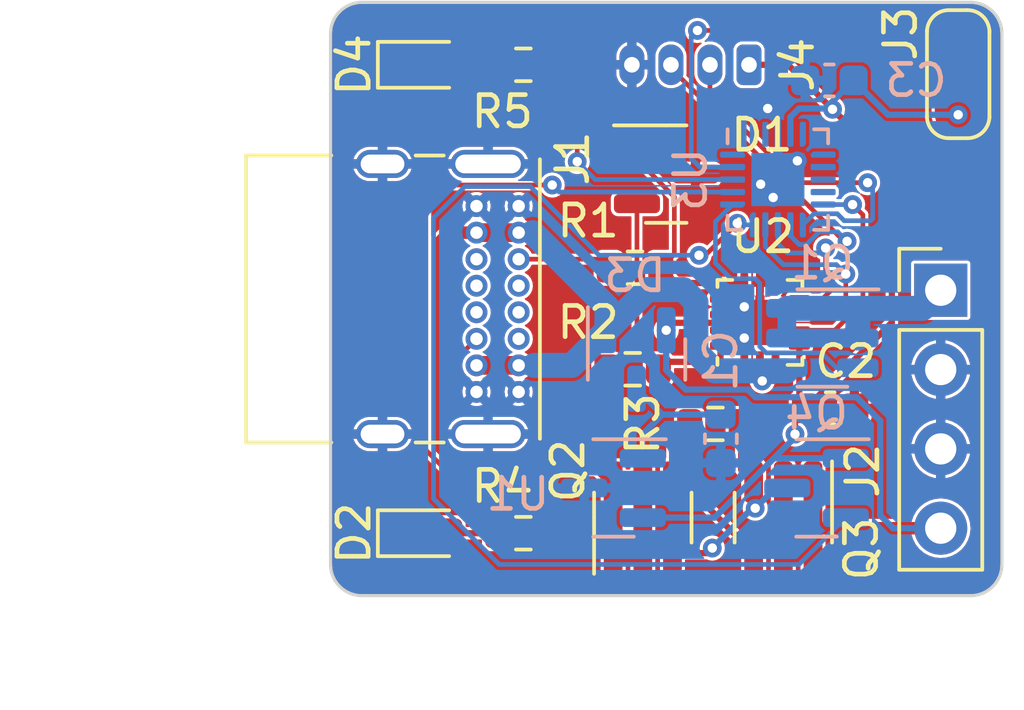
<source format=kicad_pcb>
(kicad_pcb (version 20211014) (generator pcbnew)
  (layers (0 "F.Cu" signal) (31 "B.Cu" signal) (34 "B.Paste" user) (35 "F.Paste" user) (36 "B.SilkS" user "B.Silkscreen") (37 "F.SilkS" user "F.Silkscreen") (38 "B.Mask" user) (39 "F.Mask" user) (44 "Edge.Cuts" user))
  (net 0 "")
  (net 1 "VPP")
  (net 2 "GND")
  (net 3 "+3.3V")
  (net 4 "Net-(D2-Pad2)")
  (net 5 "VCC")
  (net 6 "+5V")
  (net 7 "Net-(D4-Pad2)")
  (net 8 "Net-(J1-PadA5)")
  (net 12 "Net-(J1-PadB5)")
  (net 16 "Net-(J2-Pad1)")
  (net 17 "/RTS")
  (net 18 "/TX")
  (net 19 "/RX")
  (net 20 "/SNK")
  (net 21 "Net-(U2-Pad5)")
  (net 22 "Net-(U2-Pad6)")
  (net 23 "Net-(U2-Pad7)")
  (net 27 "/SRC")
  (net 33 "Net-(D1-Pad1)")
  (net 34 "Net-(D1-Pad2)")
  (net 35 "Net-(Q2-Pad4)")
  (net 36 "Net-(R4-Pad2)")
  (net 37 "Net-(R5-Pad2)")
  (net 38 "Net-(Q2-Pad3)")
  (footprint "Resistor_SMD:R_0603_1608Metric" (layer "F.Cu") (at 64.175 121)
    (fp_text reference "R4" (at -0.675 -1.5) (layer "F.SilkS"))
    (fp_text value "2.2k")
    (fp_line (start -0.237258 0.5225) (end 0.237258 0.5225) (layer "F.SilkS") (width 0.12))
    (fp_line (start -0.237258 -0.5225) (end 0.237258 -0.5225) (layer "F.SilkS") (width 0.12))
    (pad "1" smd roundrect (at -0.825 0) (size 0.8 0.95) (layers "F.Cu" "F.Paste" "F.Mask") (net 4 "Net-(D2-Pad2)"))
    (pad "2" smd roundrect (at 0.825 0) (size 0.8 0.95) (layers "F.Cu" "F.Paste" "F.Mask") (net 36 "Net-(R4-Pad2)"))
  )
  (footprint "Resistor_SMD:R_0603_1608Metric" (layer "F.Cu") (at 64.175 106)
    (fp_text reference "R5" (at -0.675 1.5) (layer "F.SilkS"))
    (fp_text value "2.2k")
    (fp_line (start -0.237258 0.5225) (end 0.237258 0.5225) (layer "F.SilkS") (width 0.12))
    (fp_line (start -0.237258 -0.5225) (end 0.237258 -0.5225) (layer "F.SilkS") (width 0.12))
    (pad "1" smd roundrect (at -0.825 0) (size 0.8 0.95) (layers "F.Cu" "F.Paste" "F.Mask") (net 7 "Net-(D4-Pad2)"))
    (pad "2" smd roundrect (at 0.825 0) (size 0.8 0.95) (layers "F.Cu" "F.Paste" "F.Mask") (net 37 "Net-(R5-Pad2)"))
  )
  (footprint "Capacitor_SMD:C_0603_1608Metric" (layer "F.Cu") (at 74 117)
    (fp_text reference "C2" (at 0.5 -1.5) (layer "F.SilkS"))
    (fp_text value "10u")
    (fp_line (start -0.14058 -0.51) (end 0.14058 -0.51) (layer "F.SilkS") (width 0.12))
    (fp_line (start -0.14058 0.51) (end 0.14058 0.51) (layer "F.SilkS") (width 0.12))
    (pad "1" smd roundrect (at -0.775 0) (size 0.9 0.95) (layers "F.Cu" "F.Paste" "F.Mask") (net 3 "+3.3V"))
    (pad "2" smd roundrect (at 0.775 0) (size 0.9 0.95) (layers "F.Cu" "F.Paste" "F.Mask") (net 2 "GND"))
  )
  (footprint "Resistor_SMD:R_0603_1608Metric" (layer "F.Cu") (at 67.75 112.5)
    (fp_text reference "R1" (at -1.5 -1.5) (layer "F.SilkS"))
    (fp_text value "100")
    (fp_line (start -0.237258 -0.5225) (end 0.237258 -0.5225) (layer "F.SilkS") (width 0.12))
    (fp_line (start -0.237258 0.5225) (end 0.237258 0.5225) (layer "F.SilkS") (width 0.12))
    (pad "1" smd roundrect (at -0.825 0) (size 0.8 0.95) (layers "F.Cu" "F.Paste" "F.Mask") (net 8 "Net-(J1-PadA5)"))
    (pad "2" smd roundrect (at 0.825 0) (size 0.8 0.95) (layers "F.Cu" "F.Paste" "F.Mask") (net 33 "Net-(D1-Pad1)"))
  )
  (footprint "Package_TO_SOT_SMD:SOT-23" (layer "F.Cu") (at 68.75 109.5)
    (fp_text reference "D1" (at 3.0625 -1.25) (layer "F.SilkS"))
    (fp_text value "DUAL_SCH")
    (fp_line (start 0 1.56) (end 0.65 1.56) (layer "F.SilkS") (width 0.12))
    (fp_line (start 0 -1.56) (end 0.65 -1.56) (layer "F.SilkS") (width 0.12))
    (fp_line (start 0 -1.56) (end -1.675 -1.56) (layer "F.SilkS") (width 0.12))
    (fp_line (start 0 1.56) (end -0.65 1.56) (layer "F.SilkS") (width 0.12))
    (pad "1" smd roundrect (at -0.9375 -0.95) (size 1.475 0.6) (layers "F.Cu" "F.Paste" "F.Mask") (net 33 "Net-(D1-Pad1)"))
    (pad "2" smd roundrect (at -0.9375 0.95) (size 1.475 0.6) (layers "F.Cu" "F.Paste" "F.Mask") (net 34 "Net-(D1-Pad2)"))
    (pad "3" smd roundrect (at 0.9375 0) (size 1.475 0.6) (layers "F.Cu" "F.Paste" "F.Mask") (net 2 "GND"))
  )
  (footprint "Resistor_SMD:R_0603_1608Metric" (layer "F.Cu") (at 70.325 117.5)
    (fp_text reference "R3" (at -2.325 0 90) (layer "F.SilkS"))
    (fp_text value "10k")
    (fp_line (start -0.237258 0.5225) (end 0.237258 0.5225) (layer "F.SilkS") (width 0.12))
    (fp_line (start -0.237258 -0.5225) (end 0.237258 -0.5225) (layer "F.SilkS") (width 0.12))
    (pad "1" smd roundrect (at -0.825 0) (size 0.8 0.95) (layers "F.Cu" "F.Paste" "F.Mask") (net 35 "Net-(Q2-Pad4)"))
    (pad "2" smd roundrect (at 0.825 0) (size 0.8 0.95) (layers "F.Cu" "F.Paste" "F.Mask") (net 38 "Net-(Q2-Pad3)"))
  )
  (footprint "Package_DFN_QFN:WQFN-14-1EP_2.5x2.5mm_P0.5mm_EP1.45x1.45mm" (layer "F.Cu") (at 71.75 114.25 90)
    (fp_text reference "U2" (at 2.75 0.09 180) (layer "F.SilkS"))
    (fp_text value "FUSB302")
    (fp_line (start -1.36 1.36) (end -1.36 0.885) (layer "F.SilkS") (width 0.12))
    (fp_line (start 1.36 -1.36) (end 1.36 -0.885) (layer "F.SilkS") (width 0.12))
    (fp_line (start 1.135 -1.36) (end 1.36 -1.36) (layer "F.SilkS") (width 0.12))
    (fp_line (start 1.135 1.36) (end 1.36 1.36) (layer "F.SilkS") (width 0.12))
    (fp_line (start -1.135 1.36) (end -1.36 1.36) (layer "F.SilkS") (width 0.12))
    (fp_line (start 1.36 1.36) (end 1.36 0.885) (layer "F.SilkS") (width 0.12))
    (fp_line (start -1.135 -1.36) (end -1.36 -1.36) (layer "F.SilkS") (width 0.12))
    (pad "1" smd roundrect (at -1.2625 -0.5 90) (size 0.675 0.25) (layers "F.Cu" "F.Paste" "F.Mask") (net 34 "Net-(D1-Pad2)"))
    (pad "2" smd roundrect (at -1.2625 0 90) (size 0.675 0.25) (layers "F.Cu" "F.Paste" "F.Mask") (net 5 "VCC"))
    (pad "3" smd roundrect (at -1.2625 0.5 90) (size 0.675 0.25) (layers "F.Cu" "F.Paste" "F.Mask") (net 3 "+3.3V"))
    (pad "4" smd roundrect (at -0.75 1.2625 90) (size 0.25 0.675) (layers "F.Cu" "F.Paste" "F.Mask") (net 3 "+3.3V"))
    (pad "5" smd roundrect (at -0.25 1.2625 90) (size 0.25 0.675) (layers "F.Cu" "F.Paste" "F.Mask") (net 21 "Net-(U2-Pad5)"))
    (pad "6" smd roundrect (at 0.25 1.2625 90) (size 0.25 0.675) (layers "F.Cu" "F.Paste" "F.Mask") (net 22 "Net-(U2-Pad6)"))
    (pad "7" smd roundrect (at 0.75 1.2625 90) (size 0.25 0.675) (layers "F.Cu" "F.Paste" "F.Mask") (net 23 "Net-(U2-Pad7)"))
    (pad "8" smd roundrect (at 1.2625 0.5 90) (size 0.675 0.25) (layers "F.Cu" "F.Paste" "F.Mask") (net 2 "GND"))
    (pad "9" smd roundrect (at 1.2625 0 90) (size 0.675 0.25) (layers "F.Cu" "F.Paste" "F.Mask") (net 2 "GND"))
    (pad "10" smd roundrect (at 1.2625 -0.5 90) (size 0.675 0.25) (layers "F.Cu" "F.Paste" "F.Mask") (net 33 "Net-(D1-Pad1)"))
    (pad "11" smd roundrect (at 0.75 -1.2625 90) (size 0.25 0.675) (layers "F.Cu" "F.Paste" "F.Mask") (net 33 "Net-(D1-Pad1)"))
    (pad "12" smd roundrect (at 0.25 -1.2625 90) (size 0.25 0.675) (layers "F.Cu" "F.Paste" "F.Mask") (net 6 "+5V"))
    (pad "13" smd roundrect (at -0.25 -1.2625 90) (size 0.25 0.675) (layers "F.Cu" "F.Paste" "F.Mask") (net 6 "+5V"))
    (pad "14" smd roundrect (at -0.75 -1.2625 90) (size 0.25 0.675) (layers "F.Cu" "F.Paste" "F.Mask") (net 34 "Net-(D1-Pad2)"))
    (pad "15" smd rect (at 0 0 90) (size 1.45 1.45) (layers "F.Cu" "F.Mask") (net 2 "GND"))
  )
  (footprint "Package_TO_SOT_SMD:SOT-23-6" (layer "F.Cu") (at 72.5 120.5 -90)
    (fp_text reference "Q3" (at 1 -2.5 90) (layer "F.SilkS"))
    (fp_text value "PMOS")
    (fp_line (start 0 1.56) (end 0.8 1.56) (layer "F.SilkS") (width 0.12))
    (fp_line (start 0 -1.56) (end -1.8 -1.56) (layer "F.SilkS") (width 0.12))
    (fp_line (start 0 1.56) (end -0.8 1.56) (layer "F.SilkS") (width 0.12))
    (fp_line (start 0 -1.56) (end 0.8 -1.56) (layer "F.SilkS") (width 0.12))
    (pad "1" smd roundrect (at -1.1375 -0.95 270) (size 1.325 0.6) (layers "F.Cu" "F.Paste" "F.Mask") (net 6 "+5V"))
    (pad "2" smd roundrect (at -1.1375 0 270) (size 1.325 0.6) (layers "F.Cu" "F.Paste" "F.Mask") (net 6 "+5V"))
    (pad "3" smd roundrect (at -1.1375 0.95 270) (size 1.325 0.6) (layers "F.Cu" "F.Paste" "F.Mask") (net 38 "Net-(Q2-Pad3)"))
    (pad "4" smd roundrect (at 1.1375 0.95 270) (size 1.325 0.6) (layers "F.Cu" "F.Paste" "F.Mask") (net 35 "Net-(Q2-Pad4)"))
    (pad "5" smd roundrect (at 1.1375 0 270) (size 1.325 0.6) (layers "F.Cu" "F.Paste" "F.Mask") (net 6 "+5V"))
    (pad "6" smd roundrect (at 1.1375 -0.95 270) (size 1.325 0.6) (layers "F.Cu" "F.Paste" "F.Mask") (net 6 "+5V"))
  )
  (footprint "Connector_USB:USB_C_Receptacle_GCT_USB4085" (layer "F.Cu") (at 64.025 110.525 -90)
    (fp_text reference "J1" (at -1.525 -1.725 -90) (layer "F.SilkS"))
    (fp_text value "USB_C_Receptacle")
    (fp_line (start 7.57 2.4) (end 7.57 3.3) (layer "F.SilkS") (width 0.12))
    (fp_line (start -1.62 6) (end -1.62 8.73) (layer "F.SilkS") (width 0.12))
    (fp_line (start 7.57 6) (end 7.57 8.73) (layer "F.SilkS") (width 0.12))
    (fp_line (start -1.5 -0.68) (end 7.45 -0.68) (layer "F.SilkS") (width 0.12))
    (fp_line (start -1.62 2.4) (end -1.62 3.3) (layer "F.SilkS") (width 0.12))
    (fp_line (start -1.62 8.73) (end 7.57 8.73) (layer "F.SilkS") (width 0.12))
    (pad "A1" thru_hole circle (at 0 0 270) (size 0.7 0.7) (drill 0.4) (layers *.Cu *.Mask) (net 2 "GND"))
    (pad "A4" thru_hole circle (at 0.85 0 270) (size 0.7 0.7) (drill 0.4) (layers *.Cu *.Mask) (net 5 "VCC"))
    (pad "A5" thru_hole circle (at 1.7 0 270) (size 0.7 0.7) (drill 0.4) (layers *.Cu *.Mask) (net 8 "Net-(J1-PadA5)"))
    (pad "A6" thru_hole circle (at 2.55 0 270) (size 0.7 0.7) (drill 0.4) (layers *.Cu *.Mask))
    (pad "A7" thru_hole circle (at 3.4 0 270) (size 0.7 0.7) (drill 0.4) (layers *.Cu *.Mask))
    (pad "A8" thru_hole circle (at 4.25 0 270) (size 0.7 0.7) (drill 0.4) (layers *.Cu *.Mask))
    (pad "A9" thru_hole circle (at 5.1 0 270) (size 0.7 0.7) (drill 0.4) (layers *.Cu *.Mask) (net 5 "VCC"))
    (pad "A12" thru_hole circle (at 5.95 0 270) (size 0.7 0.7) (drill 0.4) (layers *.Cu *.Mask) (net 2 "GND"))
    (pad "B1" thru_hole circle (at 5.95 1.35 270) (size 0.7 0.7) (drill 0.4) (layers *.Cu *.Mask) (net 2 "GND"))
    (pad "B4" thru_hole circle (at 5.1 1.35 270) (size 0.7 0.7) (drill 0.4) (layers *.Cu *.Mask) (net 5 "VCC"))
    (pad "B5" thru_hole circle (at 4.25 1.35 270) (size 0.7 0.7) (drill 0.4) (layers *.Cu *.Mask) (net 12 "Net-(J1-PadB5)"))
    (pad "B6" thru_hole circle (at 3.4 1.35 270) (size 0.7 0.7) (drill 0.4) (layers *.Cu *.Mask))
    (pad "B7" thru_hole circle (at 2.55 1.35 270) (size 0.7 0.7) (drill 0.4) (layers *.Cu *.Mask))
    (pad "B8" thru_hole circle (at 1.7 1.35 270) (size 0.7 0.7) (drill 0.4) (layers *.Cu *.Mask))
    (pad "B9" thru_hole circle (at 0.85 1.35 270) (size 0.7 0.7) (drill 0.4) (layers *.Cu *.Mask) (net 5 "VCC"))
    (pad "B12" thru_hole circle (at 0 1.35 270) (size 0.7 0.7) (drill 0.4) (layers *.Cu *.Mask) (net 2 "GND"))
    (pad "S1" thru_hole oval (at -1.35 4.36 270) (size 0.9 1.7) (drill oval 0.6 1.4) (layers *.Cu *.Mask) (net 2 "GND"))
    (pad "S1" thru_hole oval (at -1.35 0.98 270) (size 0.9 2.4) (drill oval 0.6 2.1) (layers *.Cu *.Mask) (net 2 "GND"))
    (pad "S1" thru_hole oval (at 7.3 4.36 270) (size 0.9 1.7) (drill oval 0.6 1.4) (layers *.Cu *.Mask) (net 2 "GND"))
    (pad "S1" thru_hole oval (at 7.3 0.98 270) (size 0.9 2.4) (drill oval 0.6 2.1) (layers *.Cu *.Mask) (net 2 "GND"))
  )
  (footprint "Connector_Molex:Molex_PicoBlade_53047-0410_1x04_P1.25mm_Vertical" (layer "F.Cu") (at 71.4 106 180)
    (fp_text reference "J4" (at -1.55 0 270) (layer "F.SilkS"))
    (fp_text value "UART" hide)
    (pad "1" thru_hole roundrect (at 0 0 180) (size 0.8 1.3) (drill 0.5) (layers *.Cu *.Mask) (net 3 "+3.3V"))
    (pad "2" thru_hole oval (at 1.25 0 180) (size 0.8 1.3) (drill 0.5) (layers *.Cu *.Mask) (net 18 "/TX"))
    (pad "3" thru_hole oval (at 2.5 0 180) (size 0.8 1.3) (drill 0.5) (layers *.Cu *.Mask) (net 19 "/RX"))
    (pad "4" thru_hole oval (at 3.75 0 180) (size 0.8 1.3) (drill 0.5) (layers *.Cu *.Mask) (net 2 "GND"))
  )
  (footprint "LED_SMD:LED_0603_1608Metric" (layer "F.Cu") (at 61 106)
    (fp_text reference "D4" (at -2.25 0 90) (layer "F.SilkS"))
    (fp_text value "LED")
    (fp_line (start -1.485 -0.735) (end -1.485 0.735) (layer "F.SilkS") (width 0.12))
    (fp_line (start 0.8 -0.735) (end -1.485 -0.735) (layer "F.SilkS") (width 0.12))
    (fp_line (start -1.485 0.735) (end 0.8 0.735) (layer "F.SilkS") (width 0.12))
    (pad "1" smd roundrect (at -0.7875 0) (size 0.875 0.95) (layers "F.Cu" "F.Paste" "F.Mask") (net 2 "GND"))
    (pad "2" smd roundrect (at 0.7875 0) (size 0.875 0.95) (layers "F.Cu" "F.Paste" "F.Mask") (net 7 "Net-(D4-Pad2)"))
  )
  (footprint "Package_TO_SOT_SMD:SOT-23-6" (layer "F.Cu") (at 68 120.5 90)
    (fp_text reference "Q2" (at 1.5 -2.4 90) (layer "F.SilkS"))
    (fp_text value "PMOS")
    (fp_line (start 0 -1.56) (end 0.8 -1.56) (layer "F.SilkS") (width 0.12))
    (fp_line (start 0 1.56) (end 0.8 1.56) (layer "F.SilkS") (width 0.12))
    (fp_line (start 0 1.56) (end -0.8 1.56) (layer "F.SilkS") (width 0.12))
    (fp_line (start 0 -1.56) (end -1.8 -1.56) (layer "F.SilkS") (width 0.12))
    (pad "1" smd roundrect (at -1.1375 -0.95 90) (size 1.325 0.6) (layers "F.Cu" "F.Paste" "F.Mask") (net 5 "VCC"))
    (pad "2" smd roundrect (at -1.1375 0 90) (size 1.325 0.6) (layers "F.Cu" "F.Paste" "F.Mask") (net 5 "VCC"))
    (pad "3" smd roundrect (at -1.1375 0.95 90) (size 1.325 0.6) (layers "F.Cu" "F.Paste" "F.Mask") (net 38 "Net-(Q2-Pad3)"))
    (pad "4" smd roundrect (at 1.1375 0.95 90) (size 1.325 0.6) (layers "F.Cu" "F.Paste" "F.Mask") (net 35 "Net-(Q2-Pad4)"))
    (pad "5" smd roundrect (at 1.1375 0 90) (size 1.325 0.6) (layers "F.Cu" "F.Paste" "F.Mask") (net 5 "VCC"))
    (pad "6" smd roundrect (at 1.1375 -0.95 90) (size 1.325 0.6) (layers "F.Cu" "F.Paste" "F.Mask") (net 5 "VCC"))
  )
  (footprint "LED_SMD:LED_0603_1608Metric" (layer "F.Cu") (at 61 121)
    (fp_text reference "D2" (at -2.25 0 90) (layer "F.SilkS"))
    (fp_text value "LED")
    (fp_line (start -1.485 0.735) (end 0.8 0.735) (layer "F.SilkS") (width 0.12))
    (fp_line (start -1.485 -0.735) (end -1.485 0.735) (layer "F.SilkS") (width 0.12))
    (fp_line (start 0.8 -0.735) (end -1.485 -0.735) (layer "F.SilkS") (width 0.12))
    (pad "1" smd roundrect (at -0.7875 0) (size 0.875 0.95) (layers "F.Cu" "F.Paste" "F.Mask") (net 2 "GND"))
    (pad "2" smd roundrect (at 0.7875 0) (size 0.875 0.95) (layers "F.Cu" "F.Paste" "F.Mask") (net 4 "Net-(D2-Pad2)"))
  )
  (footprint "Jumper:SolderJumper-3_P1.3mm_Open_RoundedPad1.0x1.5mm_NumberLabels" (layer "F.Cu") (at 78.1 106.3 -90)
    (fp_text reference "J3" (at -1.3 1.85 90) (layer "F.SilkS"))
    (fp_text value "UDPI")
    (fp_line (start 2.05 -0.3) (end 2.05 0.3) (layer "F.SilkS") (width 0.12))
    (fp_line (start -1.4 -1) (end 1.4 -1) (layer "F.SilkS") (width 0.12))
    (fp_line (start 1.4 1) (end -1.4 1) (layer "F.SilkS") (width 0.12))
    (fp_line (start -2.05 0.3) (end -2.05 -0.3) (layer "F.SilkS") (width 0.12))
    (fp_arc (start -2.05 -0.3) (mid -1.844975 -0.794975) (end -1.35 -1) (layer "F.SilkS") (width 0.12))
    (fp_arc (start 2.05 0.3) (mid 1.844975 0.794975) (end 1.35 1) (layer "F.SilkS") (width 0.12))
    (fp_arc (start -1.35 1) (mid -1.844975 0.794975) (end -2.05 0.3) (layer "F.SilkS") (width 0.12))
    (fp_arc (start 1.35 -1) (mid 1.844975 -0.794975) (end 2.05 -0.3) (layer "F.SilkS") (width 0.12))
    (pad "1" smd custom (at -1.3 0 270) (size 1 0.5) (layers "F.Cu" "F.Mask") (net 17 "/RTS") (options (clearance outline) (anchor rect)) (primitives (gr_circle (center 0 0.25) (end 0.5 0.25) (width 0) (fill yes)) (gr_circle (center 0 -0.25) (end 0.5 -0.25) (width 0) (fill yes)) (gr_poly (pts (xy 0.55 0.75) (xy 0 0.75) (xy 0 -0.75) (xy 0.55 -0.75)) (width 0) (fill yes))))
    (pad "2" smd rect (at 0 0 270) (size 1 1.5) (layers "F.Cu" "F.Mask") (net 2 "GND"))
    (pad "3" smd custom (at 1.3 0 270) (size 1 0.5) (layers "F.Cu" "F.Mask") (net 3 "+3.3V") (options (clearance outline) (anchor rect)) (primitives (gr_circle (center 0 0.25) (end 0.5 0.25) (width 0) (fill yes)) (gr_circle (center 0 -0.25) (end 0.5 -0.25) (width 0) (fill yes)) (gr_poly (pts (xy 0 0.75) (xy -0.55 0.75) (xy -0.55 -0.75) (xy 0 -0.75)) (width 0) (fill yes))))
  )
  (footprint "Resistor_SMD:R_0603_1608Metric" (layer "F.Cu") (at 67.675 115.75)
    (fp_text reference "R2" (at -1.425 -1.5) (layer "F.SilkS"))
    (fp_text value "100")
    (fp_line (start -0.237258 0.5225) (end 0.237258 0.5225) (layer "F.SilkS") (width 0.12))
    (fp_line (start -0.237258 -0.5225) (end 0.237258 -0.5225) (layer "F.SilkS") (width 0.12))
    (pad "1" smd roundrect (at -0.825 0) (size 0.8 0.95) (layers "F.Cu" "F.Paste" "F.Mask") (net 12 "Net-(J1-PadB5)"))
    (pad "2" smd roundrect (at 0.825 0) (size 0.8 0.95) (layers "F.Cu" "F.Paste" "F.Mask") (net 34 "Net-(D1-Pad2)"))
  )
  (footprint "Connector_PinHeader_2.54mm:PinHeader_1x04_P2.54mm_Vertical" (layer "F.Cu") (at 77.54 113.22)
    (fp_text reference "J2" (at -2.5 5.78 90) (layer "F.SilkS"))
    (fp_text value "POWER")
    (fp_line (start -1.33 8.95) (end 1.33 8.95) (layer "F.SilkS") (width 0.12))
    (fp_line (start -1.33 -1.33) (end 0 -1.33) (layer "F.SilkS") (width 0.12))
    (fp_line (start -1.33 1.27) (end -1.33 8.95) (layer "F.SilkS") (width 0.12))
    (fp_line (start -1.33 1.27) (end 1.33 1.27) (layer "F.SilkS") (width 0.12))
    (fp_line (start -1.33 0) (end -1.33 -1.33) (layer "F.SilkS") (width 0.12))
    (fp_line (start 1.33 1.27) (end 1.33 8.95) (layer "F.SilkS") (width 0.12))
    (pad "1" thru_hole rect (at 0 0) (size 1.7 1.7) (drill 1) (layers *.Cu *.Mask) (net 16 "Net-(J2-Pad1)"))
    (pad "2" thru_hole oval (at 0 2.54) (size 1.7 1.7) (drill 1) (layers *.Cu *.Mask) (net 2 "GND"))
    (pad "3" thru_hole oval (at 0 5.08) (size 1.7 1.7) (drill 1) (layers *.Cu *.Mask) (net 2 "GND"))
    (pad "4" thru_hole oval (at 0 7.62) (size 1.7 1.7) (drill 1) (layers *.Cu *.Mask) (net 6 "+5V"))
  )
  (footprint "Capacitor_SMD:C_0603_1608Metric" (layer "B.Cu") (at 73.975 106.5 180)
    (fp_text reference "C3" (at -2.775 0) (layer "B.SilkS") (effects (justify mirror)))
    (fp_text value "0.1u")
    (fp_line (start -0.14058 -0.51) (end 0.14058 -0.51) (layer "B.SilkS") (width 0.12))
    (fp_line (start -0.14058 0.51) (end 0.14058 0.51) (layer "B.SilkS") (width 0.12))
    (pad "1" smd roundrect (at -0.775 0 180) (size 0.9 0.95) (layers "B.Cu" "B.Paste" "B.Mask") (net 3 "+3.3V"))
    (pad "2" smd roundrect (at 0.775 0 180) (size 0.9 0.95) (layers "B.Cu" "B.Paste" "B.Mask") (net 2 "GND"))
  )
  (footprint "Package_TO_SOT_SMD:SOT-23" (layer "B.Cu") (at 67.0625 119.55 180)
    (fp_text reference "U1" (at 3.0625 -0.2) (layer "B.SilkS") (effects (justify mirror)))
    (fp_text value "AP7384")
    (fp_line (start 0 -1.56) (end -0.65 -1.56) (layer "B.SilkS") (width 0.12))
    (fp_line (start 0 1.56) (end 0.65 1.56) (layer "B.SilkS") (width 0.12))
    (fp_line (start 0 1.56) (end -1.675 1.56) (layer "B.SilkS") (width 0.12))
    (fp_line (start 0 -1.56) (end 0.65 -1.56) (layer "B.SilkS") (width 0.12))
    (pad "1" smd roundrect (at -0.9375 0.95 180) (size 1.475 0.6) (layers "B.Cu" "B.Paste" "B.Mask") (net 1 "VPP"))
    (pad "2" smd roundrect (at -0.9375 -0.95 180) (size 1.475 0.6) (layers "B.Cu" "B.Paste" "B.Mask") (net 3 "+3.3V"))
    (pad "3" smd roundrect (at 0.9375 0 180) (size 1.475 0.6) (layers "B.Cu" "B.Paste" "B.Mask") (net 2 "GND"))
  )
  (footprint "Package_TO_SOT_SMD:SOT-23-6" (layer "B.Cu") (at 73.75 114.75 180)
    (fp_text reference "Q1" (at 0 2.4) (layer "B.SilkS") (effects (justify mirror)))
    (fp_text value "PMOS")
    (fp_line (start 0 1.56) (end 0.8 1.56) (layer "B.SilkS") (width 0.12))
    (fp_line (start 0 -1.56) (end -0.8 -1.56) (layer "B.SilkS") (width 0.12))
    (fp_line (start 0 -1.56) (end 0.8 -1.56) (layer "B.SilkS") (width 0.12))
    (fp_line (start 0 1.56) (end -1.8 1.56) (layer "B.SilkS") (width 0.12))
    (pad "1" smd roundrect (at -1.1375 0.95 180) (size 1.325 0.6) (layers "B.Cu" "B.Paste" "B.Mask") (net 16 "Net-(J2-Pad1)"))
    (pad "2" smd roundrect (at -1.1375 0 180) (size 1.325 0.6) (layers "B.Cu" "B.Paste" "B.Mask") (net 16 "Net-(J2-Pad1)"))
    (pad "3" smd roundrect (at -1.1375 -0.95 180) (size 1.325 0.6) (layers "B.Cu" "B.Paste" "B.Mask") (net 20 "/SNK"))
    (pad "4" smd roundrect (at 1.1375 -0.95 180) (size 1.325 0.6) (layers "B.Cu" "B.Paste" "B.Mask") (net 5 "VCC"))
    (pad "5" smd roundrect (at 1.1375 0 180) (size 1.325 0.6) (layers "B.Cu" "B.Paste" "B.Mask") (net 16 "Net-(J2-Pad1)"))
    (pad "6" smd roundrect (at 1.1375 0.95 180) (size 1.325 0.6) (layers "B.Cu" "B.Paste" "B.Mask") (net 16 "Net-(J2-Pad1)"))
  )
  (footprint "Package_DFN_QFN:VQFN-20-1EP_3x3mm_P0.4mm_EP1.7x1.7mm" (layer "B.Cu") (at 72.325 109.675 -90)
    (fp_text reference "U3" (at 0 2.8 90) (layer "B.SilkS") (effects (justify mirror)))
    (fp_text value "ATtiny1626-M")
    (fp_line (start 1.61 1.61) (end 1.61 1.16) (layer "B.SilkS") (width 0.12))
    (fp_line (start 1.61 -1.61) (end 1.61 -1.16) (layer "B.SilkS") (width 0.12))
    (fp_line (start 1.16 -1.61) (end 1.61 -1.61) (layer "B.SilkS") (width 0.12))
    (fp_line (start -1.61 -1.61) (end -1.61 -1.16) (layer "B.SilkS") (width 0.12))
    (fp_line (start -1.16 -1.61) (end -1.61 -1.61) (layer "B.SilkS") (width 0.12))
    (fp_line (start 1.16 1.61) (end 1.61 1.61) (layer "B.SilkS") (width 0.12))
    (fp_line (start -1.16 1.61) (end -1.61 1.61) (layer "B.SilkS") (width 0.12))
    (pad "1" smd custom (at -1.45 0.8 270) (size 0.143431 0.143431) (layers "B.Cu" "B.Paste" "B.Mask") (options (clearance outline) (anchor circle)) (primitives (gr_poly (pts (xy 0.35 -0.000711) (xy 0.35 -0.05) (xy -0.35 -0.05) (xy -0.35 0.05) (xy 0.299289 0.05)) (width 0.1) (fill yes))))
    (pad "2" smd roundrect (at -1.45 0.4 270) (size 0.8 0.2) (layers "B.Cu" "B.Paste" "B.Mask"))
    (pad "3" smd roundrect (at -1.45 0 270) (size 0.8 0.2) (layers "B.Cu" "B.Paste" "B.Mask") (net 2 "GND"))
    (pad "4" smd roundrect (at -1.45 -0.4 270) (size 0.8 0.2) (layers "B.Cu" "B.Paste" "B.Mask") (net 3 "+3.3V"))
    (pad "5" smd custom (at -1.45 -0.8 270) (size 0.143431 0.143431) (layers "B.Cu" "B.Paste" "B.Mask") (options (clearance outline) (anchor circle)) (primitives (gr_poly (pts (xy 0.35 0.000711) (xy 0.299289 -0.05) (xy -0.35 -0.05) (xy -0.35 0.05) (xy 0.35 0.05)) (width 0.1) (fill yes))))
    (pad "6" smd custom (at -0.8 -1.45 270) (size 0.143431 0.143431) (layers "B.Cu" "B.Paste" "B.Mask") (options (clearance outline) (anchor circle)) (primitives (gr_poly (pts (xy 0.05 -0.35) (xy -0.05 -0.35) (xy -0.05 0.299289) (xy 0.000711 0.35) (xy 0.05 0.35)) (width 0.1) (fill yes))))
    (pad "7" smd roundrect (at -0.4 -1.45 270) (size 0.2 0.8) (layers "B.Cu" "B.Paste" "B.Mask"))
    (pad "8" smd roundrect (at 0 -1.45 270) (size 0.2 0.8) (layers "B.Cu" "B.Paste" "B.Mask"))
    (pad "9" smd roundrect (at 0.4 -1.45 270) (size 0.2 0.8) (layers "B.Cu" "B.Paste" "B.Mask"))
    (pad "10" smd custom (at 0.8 -1.45 270) (size 0.143431 0.143431) (layers "B.Cu" "B.Paste" "B.Mask") (net 21 "Net-(U2-Pad5)") (options (clearance outline) (anchor circle)) (primitives (gr_poly (pts (xy 0.05 0.299289) (xy 0.05 -0.35) (xy -0.05 -0.35) (xy -0.05 0.35) (xy -0.000711 0.35)) (width 0.1) (fill yes))))
    (pad "11" smd custom (at 1.45 -0.8 270) (size 0.143431 0.143431) (layers "B.Cu" "B.Paste" "B.Mask") (net 18 "/TX") (options (clearance outline) (anchor circle)) (primitives (gr_poly (pts (xy 0.35 -0.05) (xy -0.299289 -0.05) (xy -0.35 0.000711) (xy -0.35 0.05) (xy 0.35 0.05)) (width 0.1) (fill yes))))
    (pad "12" smd roundrect (at 1.45 -0.4 270) (size 0.8 0.2) (layers "B.Cu" "B.Paste" "B.Mask") (net 19 "/RX"))
    (pad "13" smd roundrect (at 1.45 0 270) (size 0.8 0.2) (layers "B.Cu" "B.Paste" "B.Mask") (net 23 "Net-(U2-Pad7)"))
    (pad "14" smd roundrect (at 1.45 0.4 270) (size 0.8 0.2) (layers "B.Cu" "B.Paste" "B.Mask") (net 22 "Net-(U2-Pad6)"))
    (pad "15" smd custom (at 1.45 0.8 270) (size 0.143431 0.143431) (layers "B.Cu" "B.Paste" "B.Mask") (net 27 "/SRC") (options (clearance outline) (anchor circle)) (primitives (gr_poly (pts (xy 0.35 -0.05) (xy -0.35 -0.05) (xy -0.35 -0.000711) (xy -0.299289 0.05) (xy 0.35 0.05)) (width 0.1) (fill yes))))
    (pad "16" smd custom (at 0.8 1.45 270) (size 0.143431 0.143431) (layers "B.Cu" "B.Paste" "B.Mask") (net 20 "/SNK") (options (clearance outline) (anchor circle)) (primitives (gr_poly (pts (xy 0.05 -0.299289) (xy -0.000711 -0.35) (xy -0.05 -0.35) (xy -0.05 0.35) (xy 0.05 0.35)) (width 0.1) (fill yes))))
    (pad "17" smd roundrect (at 0.4 1.45 270) (size 0.2 0.8) (layers "B.Cu" "B.Paste" "B.Mask") (net 36 "Net-(R4-Pad2)"))
    (pad "18" smd roundrect (at 0 1.45 270) (size 0.2 0.8) (layers "B.Cu" "B.Paste" "B.Mask") (net 37 "Net-(R5-Pad2)"))
    (pad "19" smd roundrect (at -0.4 1.45 270) (size 0.2 0.8) (layers "B.Cu" "B.Paste" "B.Mask") (net 17 "/RTS"))
    (pad "20" smd custom (at -0.8 1.45 270) (size 0.143431 0.143431) (layers "B.Cu" "B.Paste" "B.Mask") (options (clearance outline) (anchor circle)) (primitives (gr_poly (pts (xy 0.05 -0.35) (xy 0.000711 -0.35) (xy -0.05 -0.299289) (xy -0.05 0.35) (xy 0.05 0.35)) (width 0.1) (fill yes))))
    (pad "21" smd rect (at 0 0 270) (size 1.7 1.7) (layers "B.Cu" "B.Mask") (net 2 "GND"))
  )
  (footprint "Capacitor_SMD:C_0603_1608Metric" (layer "B.Cu") (at 70.5 117.975 -90)
    (fp_text reference "C1" (at -2.5 0 90) (layer "B.SilkS") (effects (justify mirror)))
    (fp_text value "0.1u")
    (fp_line (start -0.14058 -0.51) (end 0.14058 -0.51) (layer "B.SilkS") (width 0.12))
    (fp_line (start -0.14058 0.51) (end 0.14058 0.51) (layer "B.SilkS") (width 0.12))
    (pad "1" smd roundrect (at -0.775 0 270) (size 0.9 0.95) (layers "B.Cu" "B.Paste" "B.Mask") (net 1 "VPP"))
    (pad "2" smd roundrect (at 0.775 0 270) (size 0.9 0.95) (layers "B.Cu" "B.Paste" "B.Mask") (net 2 "GND"))
  )
  (footprint "Package_TO_SOT_SMD:SOT-23" (layer "B.Cu") (at 73.5625 119.55 180)
    (fp_text reference "Q4" (at 0 2.4) (layer "B.SilkS") (effects (justify mirror)))
    (fp_text value "NMOS")
    (fp_line (start 0 -1.56) (end 0.65 -1.56) (layer "B.SilkS") (width 0.12))
    (fp_line (start 0 1.56) (end -1.675 1.56) (layer "B.SilkS") (width 0.12))
    (fp_line (start 0 -1.56) (end -0.65 -1.56) (layer "B.SilkS") (width 0.12))
    (fp_line (start 0 1.56) (end 0.65 1.56) (layer "B.SilkS") (width 0.12))
    (pad "1" smd roundrect (at -0.9375 0.95 180) (size 1.475 0.6) (layers "B.Cu" "B.Paste" "B.Mask") (net 3 "+3.3V"))
    (pad "2" smd roundrect (at -0.9375 -0.95 180) (size 1.475 0.6) (layers "B.Cu" "B.Paste" "B.Mask") (net 27 "/SRC"))
    (pad "3" smd roundrect (at 0.9375 0 180) (size 1.475 0.6) (layers "B.Cu" "B.Paste" "B.Mask") (net 38 "Net-(Q2-Pad3)"))
  )
  (footprint "Package_TO_SOT_SMD:SOT-23" (layer "B.Cu") (at 67.8 115.4375 -90)
    (fp_text reference "D3" (at -2.6875 0.05 180) (layer "B.SilkS") (effects (justify mirror)))
    (fp_text value "D_POW")
    (fp_line (start 0 -1.56) (end 0.65 -1.56) (layer "B.SilkS") (width 0.12))
    (fp_line (start 0 1.56) (end -1.675 1.56) (layer "B.SilkS") (width 0.12))
    (fp_line (start 0 1.56) (end 0.65 1.56) (layer "B.SilkS") (width 0.12))
    (fp_line (start 0 -1.56) (end -0.65 -1.56) (layer "B.SilkS") (width 0.12))
    (pad "1" smd roundrect (at -0.9375 0.95 270) (size 1.475 0.6) (layers "B.Cu" "B.Paste" "B.Mask") (net 5 "VCC"))
    (pad "2" smd roundrect (at -0.9375 -0.95 270) (size 1.475 0.6) (layers "B.Cu" "B.Paste" "B.Mask") (net 6 "+5V"))
    (pad "3" smd roundrect (at 0.9375 0 270) (size 1.475 0.6) (layers "B.Cu" "B.Paste" "B.Mask") (net 1 "VPP"))
  )
  (gr_arc (start 58 105) (mid 58.292893 104.292893) (end 59 104) (layer "Edge.Cuts") (width 0.1))
  (gr_arc (start 78.5 104.000001) (mid 79.207107 104.292894) (end 79.5 105.000001) (layer "Edge.Cuts") (width 0.1))
  (gr_line (start 78.499999 122.999999) (end 59 123) (layer "Edge.Cuts") (width 0.1))
  (gr_line (start 59 104) (end 78.5 104.000001) (layer "Edge.Cuts") (width 0.1))
  (gr_arc (start 59 123) (mid 58.292893 122.707107) (end 58 122) (layer "Edge.Cuts") (width 0.1))
  (gr_line (start 58 122) (end 58 105) (layer "Edge.Cuts") (width 0.1))
  (gr_arc (start 79.499999 121.999999) (mid 79.207106 122.707106) (end 78.499999 122.999999) (layer "Edge.Cuts") (width 0.1))
  (gr_line (start 79.5 105.000001) (end 79.5 122) (layer "Edge.Cuts") (width 0.1))
  (segment (start 68.625 117.2) (end 67.8 116.375) (width 0.2) (layer "B.Cu") (net 1))
  (segment (start 68 117.825) (end 68.625 117.2) (width 0.2) (layer "B.Cu") (net 1))
  (segment (start 68 118.6) (end 68 117.825) (width 0.2) (layer "B.Cu") (net 1))
  (segment (start 70.5 117.2) (end 68.625 117.2) (width 0.2) (layer "B.Cu") (net 1))
  (via (at 71.25 114.75) (size 0.6) (drill 0.3) (layers "F.Cu" "B.Cu") (net 2))
  (via (at 71.25 113.75) (size 0.6) (drill 0.3) (layers "F.Cu" "B.Cu") (net 2))
  (via (at 72.175 110.25) (size 0.6) (drill 0.3) (layers "F.Cu" "B.Cu") (net 2))
  (via (at 72 107.4) (size 0.6) (drill 0.3) (layers "F.Cu" "B.Cu") (net 2))
  (via (at 71.775 109.825) (size 0.6) (drill 0.3) (layers "F.Cu" "B.Cu") (net 2))
  (via (at 72.95 109.075) (size 0.6) (drill 0.3) (layers "F.Cu" "B.Cu") (net 2))
  (segment (start 73.0125 115) (end 73.0125 115.9875) (width 0.2) (layer "F.Cu") (net 3))
  (segment (start 72.872906 117.352094) (end 73.225 117) (width 0.2) (layer "F.Cu") (net 3))
  (segment (start 73.0125 115.9875) (end 73.0125 116.7875) (width 0.2) (layer "F.Cu") (net 3))
  (segment (start 73.0125 116.7875) (end 73.225 117) (width 0.2) (layer "F.Cu") (net 3))
  (segment (start 75.975 114.25) (end 75.975 109.325) (width 0.2) (layer "F.Cu") (net 3))
  (segment (start 72.872906 117.827094) (end 72.872906 117.352094) (width 0.2) (layer "F.Cu") (net 3))
  (segment (start 71.4 106) (end 72.65 106) (width 0.2) (layer "F.Cu") (net 3))
  (segment (start 72.65 106) (end 74.075 107.425) (width 0.2) (layer "F.Cu") (net 3))
  (segment (start 74.25 107.6) (end 74.425 107.775) (width 0.2) (layer "F.Cu") (net 3))
  (segment (start 72.5375 115.5125) (end 73.0125 115.9875) (width 0.2) (layer "F.Cu") (net 3))
  (segment (start 73.225 117) (end 75.975 114.25) (width 0.2) (layer "F.Cu") (net 3))
  (segment (start 72.25 115.5125) (end 72.5375 115.5125) (width 0.2) (layer "F.Cu") (net 3))
  (segment (start 74.075 107.425) (end 74.425 107.775) (width 0.2) (layer "F.Cu") (net 3))
  (segment (start 74.425 107.775) (end 75.975 109.325) (width 0.2) (layer "F.Cu") (net 3))
  (via (at 74.075 107.425) (size 0.6) (drill 0.3) (layers "F.Cu" "B.Cu") (net 3))
  (via (at 72.872906 117.827094) (size 0.6) (drill 0.3) (layers "F.Cu" "B.Cu") (net 3))
  (via (at 78.1 107.6) (size 0.6) (drill 0.3) (layers "F.Cu" "B.Cu") (net 3))
  (segment (start 74.025 107.375) (end 74.025 107.225) (width 0.2) (layer "B.Cu") (net 3))
  (segment (start 72.872906 117.927094) (end 72.872906 117.827094) (width 0.2) (layer "B.Cu") (net 3))
  (segment (start 72.2 118.6) (end 70.3 120.5) (width 0.2) (layer "B.Cu") (net 3))
  (segment (start 72.725 107.675) (end 73 107.4) (width 0.2) (layer "B.Cu") (net 3))
  (segment (start 68 120.5) (end 69.9 120.5) (width 0.2) (layer "B.Cu") (net 3))
  (segment (start 73.85 107.4) (end 74.025 107.225) (width 0.2) (layer "B.Cu") (net 3))
  (segment (start 74.75 106.5) (end 75.85 107.6) (width 0.2) (layer "B.Cu") (net 3))
  (segment (start 73 107.4) (end 73.85 107.4) (width 0.2) (layer "B.Cu") (net 3))
  (segment (start 72.2 118.6) (end 72.872906 117.927094) (width 0.2) (layer "B.Cu") (net 3))
  (segment (start 75.85 107.6) (end 78.1 107.6) (width 0.2) (layer "B.Cu") (net 3))
  (segment (start 74.075 107.425) (end 74.025 107.375) (width 0.2) (layer "B.Cu") (net 3))
  (segment (start 72.5 118.6) (end 72.2 118.6) (width 0.2) (layer "B.Cu") (net 3))
  (segment (start 70.3 120.5) (end 69.9 120.5) (width 0.2) (layer "B.Cu") (net 3))
  (segment (start 74.025 107.225) (end 74.75 106.5) (width 0.2) (layer "B.Cu") (net 3))
  (segment (start 72.5 118.6) (end 74.5 118.6) (width 0.2) (layer "B.Cu") (net 3))
  (segment (start 72.725 108.225) (end 72.725 107.675) (width 0.2) (layer "B.Cu") (net 3))
  (segment (start 63.35 121) (end 61.7875 121) (width 0.2) (layer "F.Cu") (net 4))
  (segment (start 63.354999 115.670001) (end 63.354999 111.379999) (width 0.4) (layer "F.Cu") (net 5))
  (segment (start 67.05 119.3625) (end 67.05 121.6375) (width 0.6) (layer "F.Cu") (net 5))
  (segment (start 64.025 115.625) (end 63.4 115.625) (width 0.6) (layer "F.Cu") (net 5))
  (segment (start 71.75 115.5125) (end 71.75 116.05) (width 0.2) (layer "F.Cu") (net 5))
  (segment (start 63.4 115.625) (end 63.354999 115.670001) (width 0.4) (layer "F.Cu") (net 5))
  (segment (start 62.675 111.375) (end 63.35 111.375) (width 0.6) (layer "F.Cu") (net 5))
  (segment (start 63.35 111.375) (end 64.025 111.375) (width 0.6) (layer "F.Cu") (net 5))
  (segment (start 67.05 121.6375) (end 68 121.6375) (width 0.6) (layer "F.Cu") (net 5))
  (segment (start 67.05 119.3625) (end 68 119.3625) (width 0.6) (layer "F.Cu") (net 5))
  (segment (start 61.475 111.7) (end 61.8 111.375) (width 0.4) (layer "F.Cu") (net 5))
  (segment (start 62.15 118.875) (end 61.475 118.2) (width 0.4) (layer "F.Cu") (net 5))
  (segment (start 63.354999 111.379999) (end 63.35 111.375) (width 0.4) (layer "F.Cu") (net 5))
  (segment (start 71.75 116.05) (end 71.825 116.125) (width 0.2) (layer "F.Cu") (net 5))
  (segment (start 61.475 118.2) (end 61.475 111.7) (width 0.4) (layer "F.Cu") (net 5))
  (segment (start 67.05 119.3625) (end 66.5625 118.875) (width 0.4) (layer "F.Cu") (net 5))
  (segment (start 68 119.3625) (end 68 121.6375) (width 0.6) (layer "F.Cu") (net 5))
  (segment (start 66.5625 118.875) (end 62.15 118.875) (width 0.4) (layer "F.Cu") (net 5))
  (segment (start 61.8 111.375) (end 62.675 111.375) (width 0.4) (layer "F.Cu") (net 5))
  (segment (start 63.4 115.625) (end 62.675 115.625) (width 0.6) (layer "F.Cu") (net 5))
  (via (at 71.825 116.125) (size 0.6) (drill 0.3) (layers "F.Cu" "B.Cu") (net 5))
  (segment (start 68.15 113.2) (end 69.3 113.2) (width 0.8) (layer "B.Cu") (net 5))
  (segment (start 69.7 115.2) (end 70.3 115.8) (width 0.8) (layer "B.Cu") (net 5))
  (segment (start 68.15 113.2) (end 67.425 113.925) (width 0.6) (layer "B.Cu") (net 5))
  (segment (start 67.025 113.925) (end 67.025 114.325) (width 0.8) (layer "B.Cu") (net 5))
  (segment (start 69.3 113.2) (end 69.7 113.6) (width 0.8) (layer "B.Cu") (net 5))
  (segment (start 70.3 115.8) (end 72.6125 115.8) (width 0.8) (layer "B.Cu") (net 5))
  (segment (start 71.825 116.125) (end 72.1875 116.125) (width 0.2) (layer "B.Cu") (net 5))
  (segment (start 69.7 113.6) (end 69.7 115.2) (width 0.8) (layer "B.Cu") (net 5))
  (segment (start 72.1875 116.125) (end 72.6125 115.7) (width 0.2) (layer "B.Cu") (net 5))
  (segment (start 64.025 111.375) (end 64.475 111.375) (width 0.6) (layer "B.Cu") (net 5))
  (segment (start 64.475 111.375) (end 67.025 113.925) (width 0.6) (layer "B.Cu") (net 5))
  (segment (start 66.85 114.5) (end 66.85 113.75) (width 0.8) (layer "B.Cu") (net 5))
  (segment (start 65.725 115.625) (end 64.525 115.625) (width 0.8) (layer "B.Cu") (net 5))
  (segment (start 66.85 114.5) (end 68.15 113.2) (width 0.8) (layer "B.Cu") (net 5))
  (segment (start 66.85 113.75) (end 64.475 111.375) (width 0.8) (layer "B.Cu") (net 5))
  (segment (start 67.425 113.925) (end 66.85 114.5) (width 0.6) (layer "B.Cu") (net 5))
  (segment (start 64.525 115.625) (end 64.025 115.625) (width 0.6) (layer "B.Cu") (net 5))
  (segment (start 66.85 114.5) (end 65.725 115.625) (width 0.6) (layer "B.Cu") (net 5))
  (segment (start 67.025 113.925) (end 67.425 113.925) (width 0.6) (layer "B.Cu") (net 5))
  (segment (start 67.025 114.325) (end 65.725 115.625) (width 0.8) (layer "B.Cu") (net 5))
  (segment (start 70.4875 114.2625) (end 68.9875 114.2625) (width 0.2) (layer "F.Cu") (net 6))
  (segment (start 72.5 119.3625) (end 73.45 119.3625) (width 0.6) (layer "F.Cu") (net 6))
  (segment (start 77.54 120.84) (end 73.597574 120.84) (width 0.4) (layer "F.Cu") (net 6))
  (segment (start 73.45 119.3625) (end 73.45 121.6375) (width 0.6) (layer "F.Cu") (net 6))
  (segment (start 73.45 121.6375) (end 73.45 120.692426) (width 0.4) (layer "F.Cu") (net 6))
  (segment (start 73.597574 120.84) (end 73.45 120.692426) (width 0.4) (layer "F.Cu") (net 6))
  (segment (start 70.4875 114.5) (end 70.4875 114.2625) (width 0.2) (layer "F.Cu") (net 6))
  (segment (start 72.5 119.3625) (end 72.5 121.6375) (width 0.6) (layer "F.Cu") (net 6))
  (segment (start 73.45 120.692426) (end 73.45 119.3625) (width 0.4) (layer "F.Cu") (net 6))
  (segment (start 72.5 121.6375) (end 73.45 121.6375) (width 0.6) (layer "F.Cu") (net 6))
  (segment (start 70.4875 114.2625) (end 70.4875 114) (width 0.2) (layer "F.Cu") (net 6))
  (segment (start 68.9875 114.2625) (end 68.75 114.5) (width 0.2) (layer "F.Cu") (net 6))
  (via (at 68.75 114.5) (size 0.6) (drill 0.3) (layers "F.Cu" "B.Cu") (net 6))
  (segment (start 77.54 120.84) (end 76.015 120.84) (width 0.2) (layer "B.Cu") (net 6))
  (segment (start 71.364608 116.4) (end 69.375 116.4) (width 0.2) (layer "B.Cu") (net 6))
  (segment (start 69.375 116.4) (end 68.75 115.775) (width 0.2) (layer "B.Cu") (net 6))
  (segment (start 71.609608 116.645) (end 71.364608 116.4) (width 0.2) (layer "B.Cu") (net 6))
  (segment (start 68.75 115.775) (end 68.75 114.5) (width 0.2) (layer "B.Cu") (net 6))
  (segment (start 75.6 120.425) (end 75.6 117.4) (width 0.2) (layer "B.Cu") (net 6))
  (segment (start 76.015 120.84) (end 75.6 120.425) (width 0.2) (layer "B.Cu") (net 6))
  (segment (start 75.6 117.4) (end 74.845 116.645) (width 0.2) (layer "B.Cu") (net 6))
  (segment (start 74.845 116.645) (end 71.609608 116.645) (width 0.2) (layer "B.Cu") (net 6))
  (segment (start 63.35 106) (end 61.7875 106) (width 0.2) (layer "F.Cu") (net 7))
  (segment (start 64.025 112.225) (end 66.65 112.225) (width 0.15) (layer "F.Cu") (net 8))
  (segment (start 66.65 112.225) (end 66.925 112.5) (width 0.15) (layer "F.Cu") (net 8))
  (segment (start 62.375 117.075) (end 65.525 117.075) (width 0.15) (layer "F.Cu") (net 12))
  (segment (start 62.675 114.775) (end 61.975 115.475) (width 0.15) (layer "F.Cu") (net 12))
  (segment (start 61.975 116.675) (end 62.375 117.075) (width 0.15) (layer "F.Cu") (net 12))
  (segment (start 61.975 115.475) (end 61.975 116.675) (width 0.15) (layer "F.Cu") (net 12))
  (segment (start 65.525 117.075) (end 66.85 115.75) (width 0.15) (layer "F.Cu") (net 12))
  (segment (start 72.6125 113.8) (end 72.6125 114.75) (width 0.6) (layer "B.Cu") (net 16))
  (segment (start 76.96 113.8) (end 77.54 113.22) (width 0.8) (layer "B.Cu") (net 16))
  (segment (start 74.8875 113.8) (end 76.96 113.8) (width 0.8) (layer "B.Cu") (net 16))
  (segment (start 74.8875 113.8) (end 74.8875 114.75) (width 0.8) (layer "B.Cu") (net 16))
  (segment (start 72.6125 114.75) (end 74.8875 114.75) (width 0.6) (layer "B.Cu") (net 16))
  (segment (start 74.8875 113.8) (end 72.6125 113.8) (width 0.8) (layer "B.Cu") (net 16))
  (segment (start 69.75 104.9) (end 78 104.9) (width 0.15) (layer "F.Cu") (net 17))
  (segment (start 78 104.9) (end 78.1 105) (width 0.15) (layer "F.Cu") (net 17))
  (via (at 69.75 104.9) (size 0.6) (drill 0.3) (layers "F.Cu" "B.Cu") (net 17))
  (segment (start 69.55 105.1) (end 69.75 104.9) (width 0.15) (layer "B.Cu") (net 17))
  (segment (start 69.55 109) (end 69.55 105.1) (width 0.15) (layer "B.Cu") (net 17))
  (segment (start 70.875 109.275) (end 69.825 109.275) (width 0.15) (layer "B.Cu") (net 17))
  (segment (start 69.825 109.275) (end 69.55 109) (width 0.15) (layer "B.Cu") (net 17))
  (segment (start 72.949964 109.775) (end 70.15 106.975036) (width 0.15) (layer "F.Cu") (net 18))
  (segment (start 75.2 109.775) (end 72.949964 109.775) (width 0.15) (layer "F.Cu") (net 18))
  (segment (start 70.15 106.975036) (end 70.15 106) (width 0.15) (layer "F.Cu") (net 18))
  (via (at 75.2 109.775) (size 0.6) (drill 0.3) (layers "F.Cu" "B.Cu") (net 18))
  (segment (start 73.48 110.77) (end 74.226482 110.77) (width 0.15) (layer "B.Cu") (net 18))
  (segment (start 74.226482 110.77) (end 74.448982 110.9925) (width 0.15) (layer "B.Cu") (net 18))
  (segment (start 73.125 111.125) (end 73.48 110.77) (width 0.15) (layer "B.Cu") (net 18))
  (segment (start 75.2975 110.9925) (end 75.36 110.93) (width 0.15) (layer "B.Cu") (net 18))
  (segment (start 75.36 110.93) (end 75.36 109.935) (width 0.15) (layer "B.Cu") (net 18))
  (segment (start 75.36 109.935) (end 75.2 109.775) (width 0.15) (layer "B.Cu") (net 18))
  (segment (start 74.448982 110.9925) (end 75.2975 110.9925) (width 0.15) (layer "B.Cu") (net 18))
  (segment (start 74.541077 111.652406) (end 74.445532 111.652406) (width 0.15) (layer "F.Cu") (net 19))
  (segment (start 74.351563 111.558437) (end 68.9 106.106874) (width 0.15) (layer "F.Cu") (net 19))
  (segment (start 74.445532 111.652406) (end 74.351563 111.558437) (width 0.15) (layer "F.Cu") (net 19))
  (segment (start 68.9 106.106874) (end 68.9 106) (width 0.15) (layer "F.Cu") (net 19))
  (via (at 74.541077 111.652406) (size 0.6) (drill 0.3) (layers "F.Cu" "B.Cu") (net 19))
  (segment (start 74.238671 111.35) (end 74.541077 111.652406) (width 0.15) (layer "B.Cu") (net 19))
  (segment (start 73.646482 111.35) (end 74.238671 111.35) (width 0.15) (layer "B.Cu") (net 19))
  (segment (start 73.241482 111.755) (end 73.646482 111.35) (width 0.15) (layer "B.Cu") (net 19))
  (segment (start 73.008518 111.755) (end 73.241482 111.755) (width 0.15) (layer "B.Cu") (net 19))
  (segment (start 72.725 111.125) (end 72.725 111.471482) (width 0.15) (layer "B.Cu") (net 19))
  (segment (start 72.725 111.471482) (end 73.008518 111.755) (width 0.15) (layer "B.Cu") (net 19))
  (segment (start 73.725 115.225) (end 71.95 115.225) (width 0.15) (layer "B.Cu") (net 20))
  (segment (start 71.95 115.225) (end 71.745 115.02) (width 0.15) (layer "B.Cu") (net 20))
  (segment (start 74.2 115.7) (end 73.725 115.225) (width 0.15) (layer "B.Cu") (net 20))
  (segment (start 74.8875 115.7) (end 74.2 115.7) (width 0.15) (layer "B.Cu") (net 20))
  (segment (start 71.6 112.85) (end 71.745 112.995) (width 0.15) (layer "B.Cu") (net 20))
  (segment (start 70.325 112.35) (end 70.825 112.85) (width 0.15) (layer "B.Cu") (net 20))
  (segment (start 70.875 110.475) (end 70.325 111.025) (width 0.15) (layer "B.Cu") (net 20))
  (segment (start 70.325 111.025) (end 70.325 112.35) (width 0.15) (layer "B.Cu") (net 20))
  (segment (start 70.825 112.85) (end 71.6 112.85) (width 0.15) (layer "B.Cu") (net 20))
  (segment (start 71.745 112.995) (end 71.745 115.02) (width 0.15) (layer "B.Cu") (net 20))
  (segment (start 73.0125 114.5) (end 74.15 114.5) (width 0.15) (layer "F.Cu") (net 21))
  (segment (start 75.04725 110.805349) (end 74.718301 110.4764) (width 0.15) (layer "F.Cu") (net 21))
  (segment (start 75.04725 113.60275) (end 75.04725 110.805349) (width 0.15) (layer "F.Cu") (net 21))
  (segment (start 74.15 114.5) (end 74.85 113.8) (width 0.15) (layer "F.Cu") (net 21))
  (segment (start 74.85 113.8) (end 75.04725 113.60275) (width 0.15) (layer "F.Cu") (net 21))
  (via (at 74.718301 110.4764) (size 0.6) (drill 0.3) (layers "F.Cu" "B.Cu") (net 21))
  (segment (start 73.7764 110.4764) (end 73.775 110.475) (width 0.15) (layer "B.Cu") (net 21))
  (segment (start 74.718301 110.4764) (end 73.7764 110.4764) (width 0.15) (layer "B.Cu") (net 21))
  (segment (start 73.0125 114) (end 74.1 114) (width 0.15) (layer "F.Cu") (net 22))
  (segment (start 74.1 114) (end 74.5 113.6) (width 0.15) (layer "F.Cu") (net 22))
  (segment (start 74.5 113.6) (end 74.5 112.7) (width 0.15) (layer "F.Cu") (net 22))
  (via (at 74.5 112.7) (size 0.6) (drill 0.3) (layers "F.Cu" "B.Cu") (net 22))
  (segment (start 72.5 112.4) (end 74.2 112.4) (width 0.15) (layer "B.Cu") (net 22))
  (segment (start 74.2 112.4) (end 74.5 112.7) (width 0.15) (layer "B.Cu") (net 22))
  (segment (start 71.925 111.825) (end 72.5 112.4) (width 0.15) (layer "B.Cu") (net 22))
  (segment (start 71.925 111.125) (end 71.925 111.825) (width 0.15) (layer "B.Cu") (net 22))
  (segment (start 73.0125 113.5) (end 73.75 113.5) (width 0.15) (layer "F.Cu") (net 23))
  (segment (start 73.75 113.5) (end 74.005 113.245) (width 0.15) (layer "F.Cu") (net 23))
  (segment (start 73.853785 112.698785) (end 73.853785 111.865274) (width 0.15) (layer "F.Cu") (net 23))
  (segment (start 74.005 113.245) (end 74.005 112.85) (width 0.15) (layer "F.Cu") (net 23))
  (segment (start 74.005 112.85) (end 73.853785 112.698785) (width 0.15) (layer "F.Cu") (net 23))
  (via (at 73.853785 111.865274) (size 0.6) (drill 0.3) (layers "F.Cu" "B.Cu") (net 23))
  (segment (start 72.625 112.025) (end 73.694059 112.025) (width 0.15) (layer "B.Cu") (net 23))
  (segment (start 72.325 111.725) (end 72.625 112.025) (width 0.15) (layer "B.Cu") (net 23))
  (segment (start 72.325 111.125) (end 72.325 111.725) (width 0.15) (layer "B.Cu") (net 23))
  (segment (start 73.694059 112.025) (end 73.853785 111.865274) (width 0.15) (layer "B.Cu") (net 23))
  (segment (start 70 112.1) (end 71.025 111.075) (width 0.15) (layer "F.Cu") (net 27))
  (segment (start 69.8 112.1) (end 70 112.1) (width 0.15) (layer "F.Cu") (net 27))
  (via (at 69.8 112.1) (size 0.6) (drill 0.3) (layers "F.Cu" "B.Cu") (net 27))
  (via (at 71.025 111.075) (size 0.6) (drill 0.3) (layers "F.Cu" "B.Cu") (net 27))
  (segment (start 73 122) (end 74.5 120.5) (width 0.15) (layer "B.Cu") (net 27))
  (segment (start 71.075 111.125) (end 71.025 111.075) (width 0.15) (layer "B.Cu") (net 27))
  (segment (start 66.6 112.1) (end 69.8 112.1) (width 0.15) (layer "B.Cu") (net 27))
  (segment (start 64.9 110.4) (end 66.6 112.1) (width 0.15) (layer "B.Cu") (net 27))
  (segment (start 61.3 118.9) (end 61.3 119.9) (width 0.15) (layer "B.Cu") (net 27))
  (segment (start 62.3 109.9) (end 64.4 109.9) (width 0.15) (layer "B.Cu") (net 27))
  (segment (start 71.525 111.125) (end 71.075 111.125) (width 0.15) (layer "B.Cu") (net 27))
  (segment (start 61.3 110.9) (end 62.3 109.9) (width 0.15) (layer "B.Cu") (net 27))
  (segment (start 63.4 122) (end 73 122) (width 0.15) (layer "B.Cu") (net 27))
  (segment (start 61.3 118.9) (end 61.3 110.9) (width 0.15) (layer "B.Cu") (net 27))
  (segment (start 61.3 119.9) (end 63.4 122) (width 0.15) (layer "B.Cu") (net 27))
  (segment (start 64.4 109.9) (end 64.9 110.4) (width 0.15) (layer "B.Cu") (net 27))
  (segment (start 69.01 110.23) (end 67.8125 109.0325) (width 0.15) (layer "F.Cu") (net 33))
  (segment (start 68.575 112.5) (end 69.01 112.065) (width 0.15) (layer "F.Cu") (net 33))
  (segment (start 69.0625 112.9875) (end 68.575 112.5) (width 0.2) (layer "F.Cu") (net 33))
  (segment (start 67.8125 109.0325) (end 67.8125 108.55) (width 0.15) (layer "F.Cu") (net 33))
  (segment (start 70.4875 112.9875) (end 69.0625 112.9875) (width 0.2) (layer "F.Cu") (net 33))
  (segment (start 69.01 112.065) (end 69.01 110.23) (width 0.15) (layer "F.Cu") (net 33))
  (segment (start 71.25 112.9875) (end 70.4875 112.9875) (width 0.2) (layer "F.Cu") (net 33))
  (segment (start 70.4875 113.5) (end 70.4875 112.9875) (width 0.2) (layer "F.Cu") (net 33))
  (segment (start 70.4875 115.5125) (end 68.7375 115.5125) (width 0.2) (layer "F.Cu") (net 34))
  (segment (start 70.4875 115) (end 70.4875 115.5125) (width 0.2) (layer "F.Cu") (net 34))
  (segment (start 71.25 115.5125) (end 70.4875 115.5125) (width 0.2) (layer "F.Cu") (net 34))
  (segment (start 67.8125 115.0625) (end 68.5 115.75) (width 0.15) (layer "F.Cu") (net 34))
  (segment (start 67.8125 110.45) (end 67.8125 115.0625) (width 0.15) (layer "F.Cu") (net 34))
  (segment (start 68.7375 115.5125) (end 68.5 115.75) (width 0.2) (layer "F.Cu") (net 34))
  (segment (start 69.275 119.3625) (end 71.55 121.6375) (width 0.2) (layer "F.Cu") (net 35))
  (segment (start 69.5 117.5) (end 68.95 118.05) (width 0.2) (layer "F.Cu") (net 35))
  (segment (start 68.95 118.05) (end 68.95 119.3625) (width 0.2) (layer "F.Cu") (net 35))
  (segment (start 68.95 119.3625) (end 69.275 119.3625) (width 0.2) (layer "F.Cu") (net 35))
  (segment (start 61.986386 119.27) (end 61.05 118.333614) (width 0.15) (layer "F.Cu") (net 36))
  (segment (start 65 121) (end 63.27 119.27) (width 0.15) (layer "F.Cu") (net 36))
  (segment (start 65.1 109.85) (end 61.7 109.85) (width 0.15) (layer "F.Cu") (net 36))
  (segment (start 61.05 118.333614) (end 61.05 110.5) (width 0.15) (layer "F.Cu") (net 36))
  (segment (start 63.27 119.27) (end 61.986386 119.27) (width 0.15) (layer "F.Cu") (net 36))
  (segment (start 61.05 110.5) (end 61.7 109.85) (width 0.15) (layer "F.Cu") (net 36))
  (via (at 65.1 109.85) (size 0.6) (drill 0.3) (layers "F.Cu" "B.Cu") (net 36))
  (segment (start 65.325 110.075) (end 70.875 110.075) (width 0.15) (layer "B.Cu") (net 36))
  (segment (start 65.1 109.85) (end 65.325 110.075) (width 0.15) (layer "B.Cu") (net 36))
  (segment (start 65.9 106.9) (end 65.9 109.1) (width 0.15) (layer "F.Cu") (net 37))
  (segment (start 65 106) (end 65.9 106.9) (width 0.15) (layer "F.Cu") (net 37))
  (via (at 65.9 109.1) (size 0.6) (drill 0.3) (layers "F.Cu" "B.Cu") (net 37))
  (segment (start 66.475 109.675) (end 70.875 109.675) (width 0.15) (layer "B.Cu") (net 37))
  (segment (start 65.9 109.1) (end 66.475 109.675) (width 0.15) (layer "B.Cu") (net 37))
  (segment (start 71.6 119.4125) (end 71.55 119.3625) (width 0.2) (layer "F.Cu") (net 38))
  (segment (start 68.95 121.6375) (end 70.0625 121.6375) (width 0.2) (layer "F.Cu") (net 38))
  (segment (start 71.6 120.2) (end 71.6 119.4125) (width 0.2) (layer "F.Cu") (net 38))
  (segment (start 71.15 118.9625) (end 71.55 119.3625) (width 0.2) (layer "F.Cu") (net 38))
  (segment (start 71.15 117.5) (end 71.15 118.9625) (width 0.2) (layer "F.Cu") (net 38))
  (via (at 71.6 120.2) (size 0.6) (drill 0.3) (layers "F.Cu" "B.Cu") (net 38))
  (via (at 70.225 121.475) (size 0.6) (drill 0.3) (layers "F.Cu" "B.Cu") (net 38))
  (segment (start 72.25 119.55) (end 71.6 120.2) (width 0.2) (layer "B.Cu") (net 38))
  (segment (start 71.5 120.2) (end 70.225 121.475) (width 0.2) (layer "B.Cu") (net 38))
  (segment (start 71.6 120.2) (end 71.5 120.2) (width 0.2) (layer "B.Cu") (net 38))
  (segment (start 72.625 119.55) (end 72.25 119.55) (width 0.2) (layer "B.Cu") (net 38))
  (zone (net 2) (net_name "GND") (layers F&B.Cu) (connect_pads (clearance 0.05)) (min_thickness 0.05) (fill yes (thermal_gap 0.1) (thermal_bridge_width 0.3))
    (polygon (pts (xy 79.5 123) (xy 58 123) (xy 58 104) (xy 79.5 104)))
  )
)
</source>
